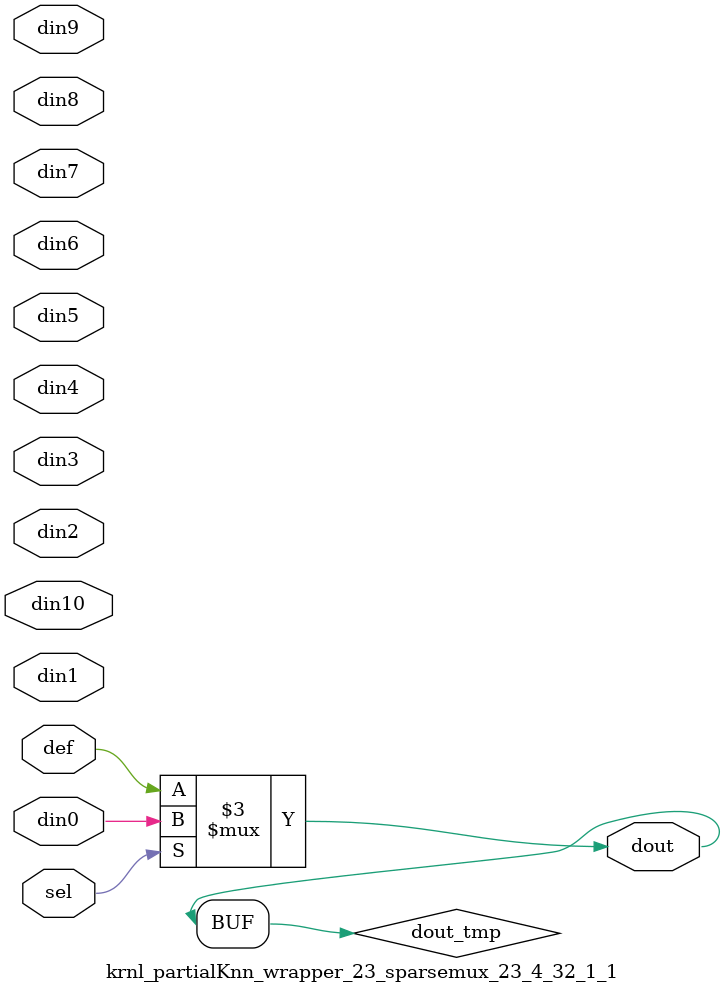
<source format=v>
`timescale 1 ns / 1 ps
module krnl_partialKnn_wrapper_23_sparsemux_23_4_32_1_1 (din0,din1,din2,din3,din4,din5,din6,din7,din8,din9,din10,def,sel,dout);
parameter din0_WIDTH = 1;
parameter din1_WIDTH = 1;
parameter din2_WIDTH = 1;
parameter din3_WIDTH = 1;
parameter din4_WIDTH = 1;
parameter din5_WIDTH = 1;
parameter din6_WIDTH = 1;
parameter din7_WIDTH = 1;
parameter din8_WIDTH = 1;
parameter din9_WIDTH = 1;
parameter din10_WIDTH = 1;
parameter def_WIDTH = 1;
parameter sel_WIDTH = 1;
parameter dout_WIDTH = 1;
parameter [sel_WIDTH-1:0] CASE0 = 1;
parameter [sel_WIDTH-1:0] CASE1 = 1;
parameter [sel_WIDTH-1:0] CASE2 = 1;
parameter [sel_WIDTH-1:0] CASE3 = 1;
parameter [sel_WIDTH-1:0] CASE4 = 1;
parameter [sel_WIDTH-1:0] CASE5 = 1;
parameter [sel_WIDTH-1:0] CASE6 = 1;
parameter [sel_WIDTH-1:0] CASE7 = 1;
parameter [sel_WIDTH-1:0] CASE8 = 1;
parameter [sel_WIDTH-1:0] CASE9 = 1;
parameter [sel_WIDTH-1:0] CASE10 = 1;
parameter ID = 1;
parameter NUM_STAGE = 1;
input [din0_WIDTH-1:0] din0;
input [din1_WIDTH-1:0] din1;
input [din2_WIDTH-1:0] din2;
input [din3_WIDTH-1:0] din3;
input [din4_WIDTH-1:0] din4;
input [din5_WIDTH-1:0] din5;
input [din6_WIDTH-1:0] din6;
input [din7_WIDTH-1:0] din7;
input [din8_WIDTH-1:0] din8;
input [din9_WIDTH-1:0] din9;
input [din10_WIDTH-1:0] din10;
input [def_WIDTH-1:0] def;
input [sel_WIDTH-1:0] sel;
output [dout_WIDTH-1:0] dout;
reg [dout_WIDTH-1:0] dout_tmp;
always @ (*) begin
case (sel)
    
    CASE0 : dout_tmp = din0;
    
    CASE1 : dout_tmp = din1;
    
    CASE2 : dout_tmp = din2;
    
    CASE3 : dout_tmp = din3;
    
    CASE4 : dout_tmp = din4;
    
    CASE5 : dout_tmp = din5;
    
    CASE6 : dout_tmp = din6;
    
    CASE7 : dout_tmp = din7;
    
    CASE8 : dout_tmp = din8;
    
    CASE9 : dout_tmp = din9;
    
    CASE10 : dout_tmp = din10;
    
    default : dout_tmp = def;
endcase
end
assign dout = dout_tmp;
endmodule
</source>
